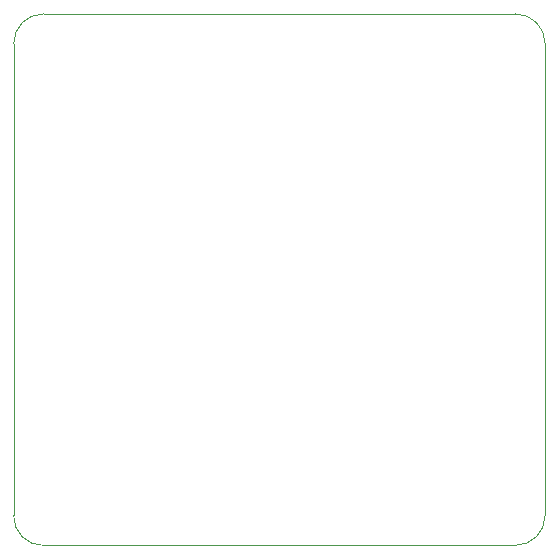
<source format=gbr>
%TF.GenerationSoftware,KiCad,Pcbnew,8.0.6-8.0.6-0~ubuntu24.04.1*%
%TF.CreationDate,2024-10-18T10:44:36-04:00*%
%TF.ProjectId,ta-expt-v2,74612d65-7870-4742-9d76-322e6b696361,rev?*%
%TF.SameCoordinates,Original*%
%TF.FileFunction,Profile,NP*%
%FSLAX46Y46*%
G04 Gerber Fmt 4.6, Leading zero omitted, Abs format (unit mm)*
G04 Created by KiCad (PCBNEW 8.0.6-8.0.6-0~ubuntu24.04.1) date 2024-10-18 10:44:36*
%MOMM*%
%LPD*%
G01*
G04 APERTURE LIST*
%TA.AperFunction,Profile*%
%ADD10C,0.050000*%
%TD*%
G04 APERTURE END LIST*
D10*
X177500000Y-88040000D02*
X177500000Y-127960000D01*
X132500000Y-127960000D02*
X132500000Y-88040000D01*
X174960000Y-85500000D02*
X135040000Y-85500000D01*
X177499999Y-127960000D02*
G75*
G02*
X174960000Y-130499999I-2499999J-40000D01*
G01*
X135040000Y-130500000D02*
X174960000Y-130500000D01*
X174960000Y-85500001D02*
G75*
G02*
X177499999Y-88040000I40000J-2499999D01*
G01*
X135040000Y-130499999D02*
G75*
G02*
X132500001Y-127960000I-40000J2499999D01*
G01*
X132500001Y-88040000D02*
G75*
G02*
X135040000Y-85500001I2499999J40000D01*
G01*
M02*

</source>
